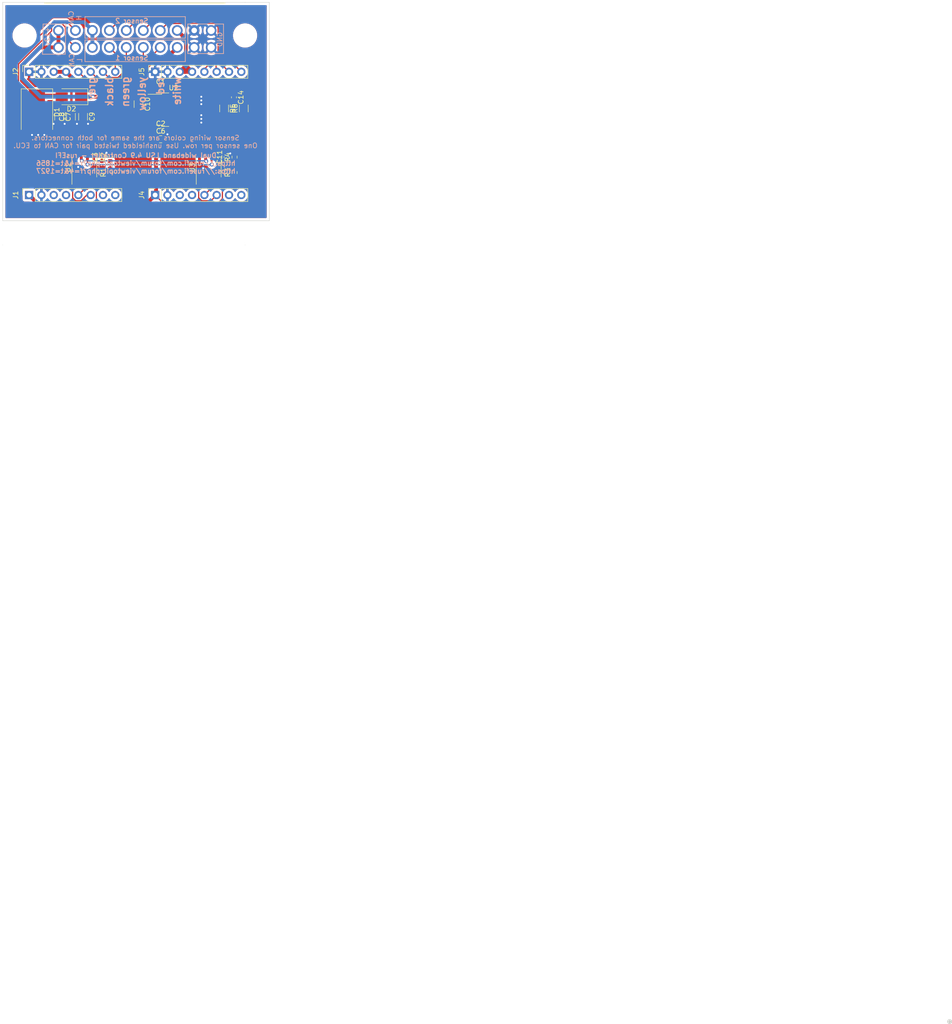
<source format=kicad_pcb>
(kicad_pcb (version 20171130) (host pcbnew "(5.1.9)-1")
  (layers (0 F.Cu signal) (31 B.Cu signal) (34 B.Paste user) (35 F.Paste user) (36 B.SilkS user) (37 F.SilkS user) (38 B.Mask user) (39 F.Mask user) (44 Edge.Cuts user))
  (net 0 "")
  (net 1 GND)
  (net 2 /LSU_Heater+)
  (net 3 /CAN_H)
  (net 4 /CAN_L)
  (net 5 12V_RAW)
  (net 6 /CAN_TX)
  (net 7 /LSU1_Un)
  (net 8 /LSU1_Rtrim)
  (net 9 /LSU1_Vm)
  (net 10 /LSU1_Ip)
  (net 11 /LSU1_Heater-)
  (net 12 /LSU2_Ip)
  (net 13 /LSU2_Heater-)
  (net 14 /LSU2_Vm)
  (net 15 /LSU2_Rtrim)
  (net 16 /LSU2_Un)
  (net 17 +5V)
  (net 18 "Net-(C3-Pad1)")
  (net 19 "Net-(C11-Pad1)")
  (net 20 "Net-(C14-Pad2)")
  (net 21 /Boot0)
  (net 22 /nRESET)
  (net 23 /CAN_RX)
  (net 24 /UART_RX)
  (net 25 /UART_TX)
  (net 26 /Boot02)
  (net 27 /nRESET2)
  (net 28 /CAN2_TX)
  (net 29 /CAN2_RX)
  (net 30 /UART_RX2)
  (net 31 /UART_TX2)
  (module Package_SO:SOIC-8_3.9x4.9mm_P1.27mm (layer F.Cu) (at 147.066 100.203 90)
    (fp_text reference U3 (at 0 -3.4 90) (layer F.SilkS))
    (fp_text value TJA1051T-3)
    (fp_line (start 0 -2.56) (end -3.45 -2.56) (layer F.SilkS) (width 0.12))
    (fp_line (start 0 -2.56) (end 1.95 -2.56) (layer F.SilkS) (width 0.12))
    (fp_line (start 0 2.56) (end -1.95 2.56) (layer F.SilkS) (width 0.12))
    (fp_line (start 0 2.56) (end 1.95 2.56) (layer F.SilkS) (width 0.12))
    (pad 8 smd roundrect (at 2.475 -1.905 90) (size 1.95 0.6) (layers F.Cu F.Paste F.Mask) (net 1 GND))
    (pad 7 smd roundrect (at 2.475 -0.635 90) (size 1.95 0.6) (layers F.Cu F.Paste F.Mask) (net 3 /CAN_H))
    (pad 6 smd roundrect (at 2.475 0.635 90) (size 1.95 0.6) (layers F.Cu F.Paste F.Mask) (net 4 /CAN_L))
    (pad 5 smd roundrect (at 2.475 1.905 90) (size 1.95 0.6) (layers F.Cu F.Paste F.Mask) (net 19 "Net-(C11-Pad1)"))
    (pad 4 smd roundrect (at -2.475 1.905 90) (size 1.95 0.6) (layers F.Cu F.Paste F.Mask) (net 29 /CAN2_RX))
    (pad 3 smd roundrect (at -2.475 0.635 90) (size 1.95 0.6) (layers F.Cu F.Paste F.Mask) (net 17 +5V))
    (pad 2 smd roundrect (at -2.475 -0.635 90) (size 1.95 0.6) (layers F.Cu F.Paste F.Mask) (net 1 GND))
    (pad 1 smd roundrect (at -2.475 -1.905 90) (size 1.95 0.6) (layers F.Cu F.Paste F.Mask) (net 28 /CAN2_TX))
  )
  (module Package_TO_SOT_SMD:TO-252-2 (layer F.Cu) (at 139.827 88.265)
    (fp_text reference U2 (at 0 -4.5) (layer F.SilkS))
    (fp_text value LM78M05_TO252)
    (fp_line (start -2.47 3.18) (end -3.57 3.18) (layer F.SilkS) (width 0.12))
    (fp_line (start -2.47 3.45) (end -2.47 3.18) (layer F.SilkS) (width 0.12))
    (fp_line (start -0.97 3.45) (end -2.47 3.45) (layer F.SilkS) (width 0.12))
    (fp_line (start -2.47 -3.18) (end -5.3 -3.18) (layer F.SilkS) (width 0.12))
    (fp_line (start -2.47 -3.45) (end -2.47 -3.18) (layer F.SilkS) (width 0.12))
    (fp_line (start -0.97 -3.45) (end -2.47 -3.45) (layer F.SilkS) (width 0.12))
    (pad 2 smd rect (at 2.1 0) (size 6.4 5.8) (layers F.Cu F.Mask) (net 1 GND))
    (pad 3 smd rect (at -4.2 2.28) (size 2.2 1.2) (layers F.Cu F.Paste F.Mask) (net 17 +5V))
    (pad 1 smd rect (at -4.2 -2.28) (size 2.2 1.2) (layers F.Cu F.Paste F.Mask) (net 2 /LSU_Heater+))
  )
  (module Package_SO:SOIC-8_3.9x4.9mm_P1.27mm (layer F.Cu) (at 121.412 100.203 90)
    (fp_text reference U1 (at 0 -3.4 90) (layer F.SilkS))
    (fp_text value TJA1051T-3)
    (fp_line (start 0 -2.56) (end -3.45 -2.56) (layer F.SilkS) (width 0.12))
    (fp_line (start 0 -2.56) (end 1.95 -2.56) (layer F.SilkS) (width 0.12))
    (fp_line (start 0 2.56) (end -1.95 2.56) (layer F.SilkS) (width 0.12))
    (fp_line (start 0 2.56) (end 1.95 2.56) (layer F.SilkS) (width 0.12))
    (pad 8 smd roundrect (at 2.475 -1.905 90) (size 1.95 0.6) (layers F.Cu F.Paste F.Mask) (net 1 GND))
    (pad 7 smd roundrect (at 2.475 -0.635 90) (size 1.95 0.6) (layers F.Cu F.Paste F.Mask) (net 3 /CAN_H))
    (pad 6 smd roundrect (at 2.475 0.635 90) (size 1.95 0.6) (layers F.Cu F.Paste F.Mask) (net 4 /CAN_L))
    (pad 5 smd roundrect (at 2.475 1.905 90) (size 1.95 0.6) (layers F.Cu F.Paste F.Mask) (net 18 "Net-(C3-Pad1)"))
    (pad 4 smd roundrect (at -2.475 1.905 90) (size 1.95 0.6) (layers F.Cu F.Paste F.Mask) (net 23 /CAN_RX))
    (pad 3 smd roundrect (at -2.475 0.635 90) (size 1.95 0.6) (layers F.Cu F.Paste F.Mask) (net 17 +5V))
    (pad 2 smd roundrect (at -2.475 -0.635 90) (size 1.95 0.6) (layers F.Cu F.Paste F.Mask) (net 1 GND))
    (pad 1 smd roundrect (at -2.475 -1.905 90) (size 1.95 0.6) (layers F.Cu F.Paste F.Mask) (net 6 /CAN_TX))
  )
  (module Resistor_SMD:R_1206_3216Metric (layer F.Cu) (at 154.305 88.011 90)
    (fp_text reference R6 (at 0 -1.82 90) (layer F.SilkS))
    (fp_text value 60)
    (fp_line (start -0.727064 0.91) (end 0.727064 0.91) (layer F.SilkS) (width 0.12))
    (fp_line (start -0.727064 -0.91) (end 0.727064 -0.91) (layer F.SilkS) (width 0.12))
    (pad 2 smd roundrect (at 1.4625 0 90) (size 1.125 1.75) (layers F.Cu F.Paste F.Mask) (roundrect_rratio 0.2222204444444444) (net 20 "Net-(C14-Pad2)"))
    (pad 1 smd roundrect (at -1.4625 0 90) (size 1.125 1.75) (layers F.Cu F.Paste F.Mask) (roundrect_rratio 0.2222204444444444) (net 3 /CAN_H))
  )
  (module Resistor_SMD:R_1206_3216Metric (layer F.Cu) (at 150.241 88.011 270)
    (fp_text reference R5 (at 0 -1.82 90) (layer F.SilkS))
    (fp_text value 60)
    (fp_line (start -0.727064 0.91) (end 0.727064 0.91) (layer F.SilkS) (width 0.12))
    (fp_line (start -0.727064 -0.91) (end 0.727064 -0.91) (layer F.SilkS) (width 0.12))
    (pad 2 smd roundrect (at 1.4625 0 270) (size 1.125 1.75) (layers F.Cu F.Paste F.Mask) (roundrect_rratio 0.2222204444444444) (net 4 /CAN_L))
    (pad 1 smd roundrect (at -1.4625 0 270) (size 1.125 1.75) (layers F.Cu F.Paste F.Mask) (roundrect_rratio 0.2222204444444444) (net 20 "Net-(C14-Pad2)"))
  )
  (module Resistor_SMD:R_0603_1608Metric (layer F.Cu) (at 152.4 98.044 90)
    (fp_text reference R4 (at 0 -1.43 90) (layer F.SilkS))
    (fp_text value 470)
    (fp_line (start -0.237258 0.5225) (end 0.237258 0.5225) (layer F.SilkS) (width 0.12))
    (fp_line (start -0.237258 -0.5225) (end 0.237258 -0.5225) (layer F.SilkS) (width 0.12))
    (pad 2 smd roundrect (at 0.825 0 90) (size 0.8 0.95) (layers F.Cu F.Paste F.Mask) (net 1 GND))
    (pad 1 smd roundrect (at -0.825 0 90) (size 0.8 0.95) (layers F.Cu F.Paste F.Mask) (net 19 "Net-(C11-Pad1)"))
  )
  (module Resistor_SMD:R_0603_1608Metric (layer F.Cu) (at 152.4 101.219 90)
    (fp_text reference R3 (at 0 -1.43 90) (layer F.SilkS))
    (fp_text value 220)
    (fp_line (start -0.237258 0.5225) (end 0.237258 0.5225) (layer F.SilkS) (width 0.12))
    (fp_line (start -0.237258 -0.5225) (end 0.237258 -0.5225) (layer F.SilkS) (width 0.12))
    (pad 2 smd roundrect (at 0.825 0 90) (size 0.8 0.95) (layers F.Cu F.Paste F.Mask) (net 19 "Net-(C11-Pad1)"))
    (pad 1 smd roundrect (at -0.825 0 90) (size 0.8 0.95) (layers F.Cu F.Paste F.Mask) (net 17 +5V))
  )
  (module Resistor_SMD:R_0603_1608Metric (layer F.Cu) (at 126.746 98.044 90)
    (fp_text reference R2 (at 0 -1.43 90) (layer F.SilkS))
    (fp_text value 470)
    (fp_line (start -0.237258 0.5225) (end 0.237258 0.5225) (layer F.SilkS) (width 0.12))
    (fp_line (start -0.237258 -0.5225) (end 0.237258 -0.5225) (layer F.SilkS) (width 0.12))
    (pad 2 smd roundrect (at 0.825 0 90) (size 0.8 0.95) (layers F.Cu F.Paste F.Mask) (net 1 GND))
    (pad 1 smd roundrect (at -0.825 0 90) (size 0.8 0.95) (layers F.Cu F.Paste F.Mask) (net 18 "Net-(C3-Pad1)"))
  )
  (module Resistor_SMD:R_0603_1608Metric (layer F.Cu) (at 126.746 101.219 90)
    (fp_text reference R1 (at 0 -1.43 90) (layer F.SilkS))
    (fp_text value 220)
    (fp_line (start -0.237258 0.5225) (end 0.237258 0.5225) (layer F.SilkS) (width 0.12))
    (fp_line (start -0.237258 -0.5225) (end 0.237258 -0.5225) (layer F.SilkS) (width 0.12))
    (pad 2 smd roundrect (at 0.825 0 90) (size 0.8 0.95) (layers F.Cu F.Paste F.Mask) (net 18 "Net-(C3-Pad1)"))
    (pad 1 smd roundrect (at -0.825 0 90) (size 0.8 0.95) (layers F.Cu F.Paste F.Mask) (net 17 +5V))
  )
  (module Connector_PinSocket_2.54mm:PinSocket_1x08_P2.54mm_Vertical (layer F.Cu) (at 136.016 80.46 90)
    (fp_text reference J5 (at 0 -2.77 90) (layer F.SilkS))
    (fp_text value Conn_01x08)
    (fp_line (start 0 -1.33) (end 1.33 -1.33) (layer F.SilkS) (width 0.12))
    (fp_line (start 1.33 -1.33) (end 1.33 0) (layer F.SilkS) (width 0.12))
    (fp_line (start 1.33 1.27) (end 1.33 19.11) (layer F.SilkS) (width 0.12))
    (fp_line (start -1.33 19.11) (end 1.33 19.11) (layer F.SilkS) (width 0.12))
    (fp_line (start -1.33 1.27) (end -1.33 19.11) (layer F.SilkS) (width 0.12))
    (fp_line (start -1.33 1.27) (end 1.33 1.27) (layer F.SilkS) (width 0.12))
    (pad 8 thru_hole oval (at 0 17.78 90) (size 1.7 1.7) (drill 1) (layers *.Cu *.Mask) (net 16 /LSU2_Un))
    (pad 7 thru_hole oval (at 0 15.24 90) (size 1.7 1.7) (drill 1) (layers *.Cu *.Mask) (net 15 /LSU2_Rtrim))
    (pad 6 thru_hole oval (at 0 12.7 90) (size 1.7 1.7) (drill 1) (layers *.Cu *.Mask) (net 14 /LSU2_Vm))
    (pad 5 thru_hole oval (at 0 10.16 90) (size 1.7 1.7) (drill 1) (layers *.Cu *.Mask) (net 12 /LSU2_Ip))
    (pad 4 thru_hole oval (at 0 7.62 90) (size 1.7 1.7) (drill 1) (layers *.Cu *.Mask) (net 13 /LSU2_Heater-))
    (pad 3 thru_hole oval (at 0 5.08 90) (size 1.7 1.7) (drill 1) (layers *.Cu *.Mask) (net 13 /LSU2_Heater-))
    (pad 2 thru_hole oval (at 0 2.54 90) (size 1.7 1.7) (drill 1) (layers *.Cu *.Mask) (net 1 GND))
    (pad 1 thru_hole rect (at 0 0 90) (size 1.7 1.7) (drill 1) (layers *.Cu *.Mask) (net 1 GND))
  )
  (module Connector_PinSocket_2.54mm:PinSocket_1x08_P2.54mm_Vertical (layer F.Cu) (at 136.016 105.86 90)
    (fp_text reference J4 (at 0 -2.77 90) (layer F.SilkS))
    (fp_text value Conn_01x08)
    (fp_line (start 0 -1.33) (end 1.33 -1.33) (layer F.SilkS) (width 0.12))
    (fp_line (start 1.33 -1.33) (end 1.33 0) (layer F.SilkS) (width 0.12))
    (fp_line (start 1.33 1.27) (end 1.33 19.11) (layer F.SilkS) (width 0.12))
    (fp_line (start -1.33 19.11) (end 1.33 19.11) (layer F.SilkS) (width 0.12))
    (fp_line (start -1.33 1.27) (end -1.33 19.11) (layer F.SilkS) (width 0.12))
    (fp_line (start -1.33 1.27) (end 1.33 1.27) (layer F.SilkS) (width 0.12))
    (pad 8 thru_hole oval (at 0 17.78 90) (size 1.7 1.7) (drill 1) (layers *.Cu *.Mask) (net 26 /Boot02))
    (pad 7 thru_hole oval (at 0 15.24 90) (size 1.7 1.7) (drill 1) (layers *.Cu *.Mask) (net 27 /nRESET2))
    (pad 6 thru_hole oval (at 0 12.7 90) (size 1.7 1.7) (drill 1) (layers *.Cu *.Mask) (net 28 /CAN2_TX))
    (pad 5 thru_hole oval (at 0 10.16 90) (size 1.7 1.7) (drill 1) (layers *.Cu *.Mask) (net 29 /CAN2_RX))
    (pad 4 thru_hole oval (at 0 7.62 90) (size 1.7 1.7) (drill 1) (layers *.Cu *.Mask) (net 30 /UART_RX2))
    (pad 3 thru_hole oval (at 0 5.08 90) (size 1.7 1.7) (drill 1) (layers *.Cu *.Mask) (net 31 /UART_TX2))
    (pad 2 thru_hole oval (at 0 2.54 90) (size 1.7 1.7) (drill 1) (layers *.Cu *.Mask) (net 1 GND))
    (pad 1 thru_hole rect (at 0 0 90) (size 1.7 1.7) (drill 1) (layers *.Cu *.Mask) (net 17 +5V))
  )
  (module Connector_PinSocket_2.54mm:PinSocket_1x08_P2.54mm_Vertical (layer F.Cu) (at 110.016 80.46 90)
    (fp_text reference J2 (at 0 -2.77 90) (layer F.SilkS))
    (fp_text value Conn_01x08)
    (fp_line (start 0 -1.33) (end 1.33 -1.33) (layer F.SilkS) (width 0.12))
    (fp_line (start 1.33 -1.33) (end 1.33 0) (layer F.SilkS) (width 0.12))
    (fp_line (start 1.33 1.27) (end 1.33 19.11) (layer F.SilkS) (width 0.12))
    (fp_line (start -1.33 19.11) (end 1.33 19.11) (layer F.SilkS) (width 0.12))
    (fp_line (start -1.33 1.27) (end -1.33 19.11) (layer F.SilkS) (width 0.12))
    (fp_line (start -1.33 1.27) (end 1.33 1.27) (layer F.SilkS) (width 0.12))
    (pad 8 thru_hole oval (at 0 17.78 90) (size 1.7 1.7) (drill 1) (layers *.Cu *.Mask) (net 7 /LSU1_Un))
    (pad 7 thru_hole oval (at 0 15.24 90) (size 1.7 1.7) (drill 1) (layers *.Cu *.Mask) (net 8 /LSU1_Rtrim))
    (pad 6 thru_hole oval (at 0 12.7 90) (size 1.7 1.7) (drill 1) (layers *.Cu *.Mask) (net 9 /LSU1_Vm))
    (pad 5 thru_hole oval (at 0 10.16 90) (size 1.7 1.7) (drill 1) (layers *.Cu *.Mask) (net 10 /LSU1_Ip))
    (pad 4 thru_hole oval (at 0 7.62 90) (size 1.7 1.7) (drill 1) (layers *.Cu *.Mask) (net 11 /LSU1_Heater-))
    (pad 3 thru_hole oval (at 0 5.08 90) (size 1.7 1.7) (drill 1) (layers *.Cu *.Mask) (net 11 /LSU1_Heater-))
    (pad 2 thru_hole oval (at 0 2.54 90) (size 1.7 1.7) (drill 1) (layers *.Cu *.Mask) (net 1 GND))
    (pad 1 thru_hole rect (at 0 0 90) (size 1.7 1.7) (drill 1) (layers *.Cu *.Mask) (net 1 GND))
  )
  (module Connector_PinSocket_2.54mm:PinSocket_1x08_P2.54mm_Vertical (layer F.Cu) (at 110.016 105.86 90)
    (fp_text reference J1 (at 0 -2.77 90) (layer F.SilkS))
    (fp_text value Conn_01x08)
    (fp_line (start 0 -1.33) (end 1.33 -1.33) (layer F.SilkS) (width 0.12))
    (fp_line (start 1.33 -1.33) (end 1.33 0) (layer F.SilkS) (width 0.12))
    (fp_line (start 1.33 1.27) (end 1.33 19.11) (layer F.SilkS) (width 0.12))
    (fp_line (start -1.33 19.11) (end 1.33 19.11) (layer F.SilkS) (width 0.12))
    (fp_line (start -1.33 1.27) (end -1.33 19.11) (layer F.SilkS) (width 0.12))
    (fp_line (start -1.33 1.27) (end 1.33 1.27) (layer F.SilkS) (width 0.12))
    (pad 8 thru_hole oval (at 0 17.78 90) (size 1.7 1.7) (drill 1) (layers *.Cu *.Mask) (net 21 /Boot0))
    (pad 7 thru_hole oval (at 0 15.24 90) (size 1.7 1.7) (drill 1) (layers *.Cu *.Mask) (net 22 /nRESET))
    (pad 6 thru_hole oval (at 0 12.7 90) (size 1.7 1.7) (drill 1) (layers *.Cu *.Mask) (net 6 /CAN_TX))
    (pad 5 thru_hole oval (at 0 10.16 90) (size 1.7 1.7) (drill 1) (layers *.Cu *.Mask) (net 23 /CAN_RX))
    (pad 4 thru_hole oval (at 0 7.62 90) (size 1.7 1.7) (drill 1) (layers *.Cu *.Mask) (net 24 /UART_RX))
    (pad 3 thru_hole oval (at 0 5.08 90) (size 1.7 1.7) (drill 1) (layers *.Cu *.Mask) (net 25 /UART_TX))
    (pad 2 thru_hole oval (at 0 2.54 90) (size 1.7 1.7) (drill 1) (layers *.Cu *.Mask) (net 1 GND))
    (pad 1 thru_hole rect (at 0 0 90) (size 1.7 1.7) (drill 1) (layers *.Cu *.Mask) (net 17 +5V))
  )
  (module Diode_SMD:D_SMA (layer F.Cu) (at 118.745 85.598 180)
    (fp_text reference D2 (at 0 -2.5) (layer F.SilkS))
    (fp_text value D_Schottky)
    (fp_line (start -3.4 -1.65) (end 2 -1.65) (layer F.SilkS) (width 0.12))
    (fp_line (start -3.4 1.65) (end 2 1.65) (layer F.SilkS) (width 0.12))
    (fp_line (start -3.4 -1.65) (end -3.4 1.65) (layer F.SilkS) (width 0.12))
    (pad 2 smd rect (at 2 0 180) (size 2.5 1.8) (layers F.Cu F.Paste F.Mask) (net 5 12V_RAW))
    (pad 1 smd rect (at -2 0 180) (size 2.5 1.8) (layers F.Cu F.Paste F.Mask) (net 2 /LSU_Heater+))
  )
  (module Diode_SMD:D_SMC (layer F.Cu) (at 111.633 88.773 270)
    (fp_text reference D1 (at 0 -4.1 90) (layer F.SilkS))
    (fp_text value D_TVS)
    (fp_line (start -4.8 -3.25) (end 3.6 -3.25) (layer F.SilkS) (width 0.12))
    (fp_line (start -4.8 3.25) (end 3.6 3.25) (layer F.SilkS) (width 0.12))
    (fp_line (start -4.8 3.25) (end -4.8 -3.25) (layer F.SilkS) (width 0.12))
    (pad 2 smd rect (at 3.4 0) (size 3.3 2.5) (layers F.Cu F.Paste F.Mask) (net 1 GND))
    (pad 1 smd rect (at -3.4 0) (size 3.3 2.5) (layers F.Cu F.Paste F.Mask) (net 5 12V_RAW))
  )
  (module Capacitor_SMD:C_0603_1608Metric (layer F.Cu) (at 152.273 85.725 270)
    (fp_text reference C14 (at 0 -1.43 90) (layer F.SilkS))
    (fp_text value 4.7n)
    (fp_line (start -0.14058 0.51) (end 0.14058 0.51) (layer F.SilkS) (width 0.12))
    (fp_line (start -0.14058 -0.51) (end 0.14058 -0.51) (layer F.SilkS) (width 0.12))
    (pad 2 smd roundrect (at 0.775 0 270) (size 0.9 0.95) (layers F.Cu F.Paste F.Mask) (net 20 "Net-(C14-Pad2)"))
    (pad 1 smd roundrect (at -0.775 0 270) (size 0.9 0.95) (layers F.Cu F.Paste F.Mask) (net 1 GND))
  )
  (module Capacitor_SMD:C_0603_1608Metric (layer F.Cu) (at 150.749 98.044 90)
    (fp_text reference C11 (at 0 -1.43 90) (layer F.SilkS))
    (fp_text value 1u)
    (fp_line (start -0.14058 0.51) (end 0.14058 0.51) (layer F.SilkS) (width 0.12))
    (fp_line (start -0.14058 -0.51) (end 0.14058 -0.51) (layer F.SilkS) (width 0.12))
    (pad 2 smd roundrect (at 0.775 0 90) (size 0.9 0.95) (layers F.Cu F.Paste F.Mask) (net 1 GND))
    (pad 1 smd roundrect (at -0.775 0 90) (size 0.9 0.95) (layers F.Cu F.Paste F.Mask) (net 19 "Net-(C11-Pad1)"))
  )
  (module Capacitor_SMD:C_1206_3216Metric (layer F.Cu) (at 132.588 87.122 270)
    (fp_text reference C10 (at 0 -1.85 90) (layer F.SilkS))
    (fp_text value 10u)
    (fp_line (start -0.711252 0.91) (end 0.711252 0.91) (layer F.SilkS) (width 0.12))
    (fp_line (start -0.711252 -0.91) (end 0.711252 -0.91) (layer F.SilkS) (width 0.12))
    (pad 2 smd roundrect (at 1.475 0 270) (size 1.15 1.8) (layers F.Cu F.Paste F.Mask) (roundrect_rratio 0.2173904347826087) (net 1 GND))
    (pad 1 smd roundrect (at -1.475 0 270) (size 1.15 1.8) (layers F.Cu F.Paste F.Mask) (roundrect_rratio 0.2173904347826087) (net 2 /LSU_Heater+))
  )
  (module Capacitor_SMD:C_1206_3216Metric (layer F.Cu) (at 121.158 89.725 270)
    (fp_text reference C9 (at 0 -1.85 90) (layer F.SilkS))
    (fp_text value 10u)
    (fp_line (start -0.711252 0.91) (end 0.711252 0.91) (layer F.SilkS) (width 0.12))
    (fp_line (start -0.711252 -0.91) (end 0.711252 -0.91) (layer F.SilkS) (width 0.12))
    (pad 2 smd roundrect (at 1.475 0 270) (size 1.15 1.8) (layers F.Cu F.Paste F.Mask) (roundrect_rratio 0.2173904347826087) (net 1 GND))
    (pad 1 smd roundrect (at -1.475 0 270) (size 1.15 1.8) (layers F.Cu F.Paste F.Mask) (roundrect_rratio 0.2173904347826087) (net 5 12V_RAW))
  )
  (module Capacitor_SMD:C_1206_3216Metric (layer F.Cu) (at 118.649 89.725 90)
    (fp_text reference C8 (at 0 -1.85 90) (layer F.SilkS))
    (fp_text value 10u)
    (fp_line (start -0.711252 0.91) (end 0.711252 0.91) (layer F.SilkS) (width 0.12))
    (fp_line (start -0.711252 -0.91) (end 0.711252 -0.91) (layer F.SilkS) (width 0.12))
    (pad 2 smd roundrect (at 1.475 0 90) (size 1.15 1.8) (layers F.Cu F.Paste F.Mask) (roundrect_rratio 0.2173904347826087) (net 5 12V_RAW))
    (pad 1 smd roundrect (at -1.475 0 90) (size 1.15 1.8) (layers F.Cu F.Paste F.Mask) (roundrect_rratio 0.2173904347826087) (net 1 GND))
  )
  (module Capacitor_SMD:C_1206_3216Metric (layer F.Cu) (at 116.205 89.725 270)
    (fp_text reference C7 (at 0 -1.85 90) (layer F.SilkS))
    (fp_text value 10u)
    (fp_line (start -0.711252 0.91) (end 0.711252 0.91) (layer F.SilkS) (width 0.12))
    (fp_line (start -0.711252 -0.91) (end 0.711252 -0.91) (layer F.SilkS) (width 0.12))
    (pad 2 smd roundrect (at 1.475 0 270) (size 1.15 1.8) (layers F.Cu F.Paste F.Mask) (roundrect_rratio 0.2173904347826087) (net 1 GND))
    (pad 1 smd roundrect (at -1.475 0 270) (size 1.15 1.8) (layers F.Cu F.Paste F.Mask) (roundrect_rratio 0.2173904347826087) (net 5 12V_RAW))
  )
  (module Capacitor_SMD:C_0805_2012Metric (layer F.Cu) (at 137.16 94.361)
    (fp_text reference C6 (at 0 -1.68) (layer F.SilkS))
    (fp_text value 22u)
    (fp_line (start -0.261252 0.735) (end 0.261252 0.735) (layer F.SilkS) (width 0.12))
    (fp_line (start -0.261252 -0.735) (end 0.261252 -0.735) (layer F.SilkS) (width 0.12))
    (pad 2 smd roundrect (at 0.95 0) (size 1 1.45) (layers F.Cu F.Paste F.Mask) (net 1 GND))
    (pad 1 smd roundrect (at -0.95 0) (size 1 1.45) (layers F.Cu F.Paste F.Mask) (net 17 +5V))
  )
  (module Capacitor_SMD:C_0603_1608Metric (layer F.Cu) (at 125.095 98.044 90)
    (fp_text reference C3 (at 0 -1.43 90) (layer F.SilkS))
    (fp_text value 1u)
    (fp_line (start -0.14058 0.51) (end 0.14058 0.51) (layer F.SilkS) (width 0.12))
    (fp_line (start -0.14058 -0.51) (end 0.14058 -0.51) (layer F.SilkS) (width 0.12))
    (pad 2 smd roundrect (at 0.775 0 90) (size 0.9 0.95) (layers F.Cu F.Paste F.Mask) (net 1 GND))
    (pad 1 smd roundrect (at -0.775 0 90) (size 0.9 0.95) (layers F.Cu F.Paste F.Mask) (net 18 "Net-(C3-Pad1)"))
  )
  (module Capacitor_SMD:C_0603_1608Metric (layer F.Cu) (at 137.16 92.583)
    (fp_text reference C2 (at 0 -1.43) (layer F.SilkS))
    (fp_text value 1u)
    (fp_line (start -0.14058 0.51) (end 0.14058 0.51) (layer F.SilkS) (width 0.12))
    (fp_line (start -0.14058 -0.51) (end 0.14058 -0.51) (layer F.SilkS) (width 0.12))
    (pad 2 smd roundrect (at 0.775 0) (size 0.9 0.95) (layers F.Cu F.Paste F.Mask) (net 1 GND))
    (pad 1 smd roundrect (at -0.775 0) (size 0.9 0.95) (layers F.Cu F.Paste F.Mask) (net 17 +5V))
  )
  (module Capacitor_SMD:C_0603_1608Metric (layer F.Cu) (at 137.16 83.947)
    (fp_text reference C1 (at 0 -1.43) (layer F.SilkS))
    (fp_text value 1u)
    (fp_line (start -0.14058 0.51) (end 0.14058 0.51) (layer F.SilkS) (width 0.12))
    (fp_line (start -0.14058 -0.51) (end 0.14058 -0.51) (layer F.SilkS) (width 0.12))
    (pad 2 smd roundrect (at 0.775 0) (size 0.9 0.95) (layers F.Cu F.Paste F.Mask) (net 1 GND))
    (pad 1 smd roundrect (at -0.775 0) (size 0.9 0.95) (layers F.Cu F.Paste F.Mask) (net 2 /LSU_Heater+))
  )
  (module mx150_2x10:mx150-20 (layer F.Cu) (at 131.826 66.294)
    (fp_text reference J3 hide)
    (fp_text value Conn_02x10_Top_Bottom)
    (fp_line (start 18.65 0) (end -18.65 0) (layer F.SilkS) (width 0.12))
    (pad 1 thru_hole circle (at 15.75 9.14 180) (size 2.2 2.2) (drill 1.5) (layers *.Cu *.Mask) (net 1 GND))
    (pad 2 thru_hole circle (at 12.25 9.14 180) (size 2.2 2.2) (drill 1.5) (layers *.Cu *.Mask) (net 1 GND))
    (pad 3 thru_hole circle (at 8.75 9.14 180) (size 2.2 2.2) (drill 1.5) (layers *.Cu *.Mask) (net 11 /LSU1_Heater-))
    (pad 4 thru_hole circle (at 5.25 9.14 180) (size 2.2 2.2) (drill 1.5) (layers *.Cu *.Mask) (net 10 /LSU1_Ip))
    (pad 5 thru_hole circle (at 1.75 9.14 180) (size 2.2 2.2) (drill 1.5) (layers *.Cu *.Mask) (net 9 /LSU1_Vm))
    (pad 6 thru_hole circle (at -1.75 9.14 180) (size 2.2 2.2) (drill 1.5) (layers *.Cu *.Mask) (net 8 /LSU1_Rtrim))
    (pad 7 thru_hole circle (at -5.25 9.14 180) (size 2.2 2.2) (drill 1.5) (layers *.Cu *.Mask) (net 7 /LSU1_Un))
    (pad 8 thru_hole circle (at -8.75 9.14 180) (size 2.2 2.2) (drill 1.5) (layers *.Cu *.Mask) (net 2 /LSU_Heater+))
    (pad 9 thru_hole circle (at -12.25 9.14 180) (size 2.2 2.2) (drill 1.5) (layers *.Cu *.Mask) (net 4 /CAN_L))
    (pad 10 thru_hole circle (at -15.75 9.14 180) (size 2.2 2.2) (drill 1.5) (layers *.Cu *.Mask) (net 5 12V_RAW))
    (pad 11 thru_hole circle (at 15.75 5.64 180) (size 2.2 2.2) (drill 1.5) (layers *.Cu *.Mask) (net 1 GND))
    (pad 12 thru_hole circle (at 12.25 5.64 180) (size 2.2 2.2) (drill 1.15) (layers *.Cu *.Mask) (net 1 GND))
    (pad 13 thru_hole circle (at 8.75 5.64 180) (size 2.2 2.2) (drill 1.5) (layers *.Cu *.Mask) (net 13 /LSU2_Heater-))
    (pad 14 thru_hole circle (at 5.25 5.64 180) (size 2.2 2.2) (drill 1.5) (layers *.Cu *.Mask) (net 12 /LSU2_Ip))
    (pad 15 thru_hole circle (at 1.75 5.64 180) (size 2.2 2.2) (drill 1.5) (layers *.Cu *.Mask) (net 14 /LSU2_Vm))
    (pad 16 thru_hole circle (at -1.75 5.64 180) (size 2.2 2.2) (drill 1.5) (layers *.Cu *.Mask) (net 15 /LSU2_Rtrim))
    (pad 17 thru_hole circle (at -5.25 5.64 180) (size 2.2 2.2) (drill 1.5) (layers *.Cu *.Mask) (net 16 /LSU2_Un))
    (pad 18 thru_hole circle (at -8.75 5.64 180) (size 2.2 2.2) (drill 1.5) (layers *.Cu *.Mask) (net 2 /LSU_Heater+))
    (pad 19 thru_hole circle (at -12.25 5.64 180) (size 2.2 2.2) (drill 1.5) (layers *.Cu *.Mask) (net 3 /CAN_H))
    (pad 20 thru_hole circle (at -15.75 5.64 180) (size 2.2 2.2) (drill 1.5) (layers *.Cu *.Mask) (net 5 12V_RAW))
    (pad "" np_thru_hole circle (at 22.75 6.68) (size 4 4) (drill 4) (layers *.Cu *.Mask))
    (pad "" np_thru_hole circle (at -22.75 6.68) (size 4 4) (drill 4) (layers *.Cu *.Mask))
  )
  (gr_text "Sensor wiring colors are the same for both connectors.\nOne sensor per row. Use unshielded twisted pair for CAN to ECU." (at 131.953 94.869) (layer B.SilkS) (effects (font (size 1 1)) (justify mirror)))
  (gr_line (start 150.114 76.708) (end 142.748 76.708) (layer B.SilkS) (width 0.15))
  (gr_line (start 150.114 70.612) (end 150.114 76.708) (layer B.SilkS) (width 0.15))
  (gr_line (start 142.748 70.612) (end 150.114 70.612) (layer B.SilkS) (width 0.15))
  (gr_line (start 142.748 76.708) (end 142.748 70.612) (layer B.SilkS) (width 0.15))
  (gr_line (start 112.776 76.835) (end 117.475 76.835) (layer B.SilkS) (width 0.15))
  (gr_line (start 112.903 70.612) (end 112.776 76.835) (layer B.SilkS) (width 0.15))
  (gr_line (start 117.602 70.612) (end 112.903 70.612) (layer B.SilkS) (width 0.15))
  (gr_line (start 117.475 76.835) (end 117.602 70.612) (layer B.SilkS) (width 0.15))
  (gr_line (start 142.24 78.359) (end 121.539 78.359) (layer B.SilkS) (width 0.15))
  (gr_line (start 142.24 73.914) (end 142.24 78.359) (layer B.SilkS) (width 0.15))
  (gr_line (start 121.539 73.914) (end 142.24 73.914) (layer B.SilkS) (width 0.15))
  (gr_line (start 121.539 78.359) (end 121.539 73.914) (layer B.SilkS) (width 0.15))
  (gr_line (start 121.539 69.088) (end 142.24 69.088) (layer B.SilkS) (width 0.15))
  (gr_line (start 142.24 73.533) (end 142.24 69.088) (layer B.SilkS) (width 0.15))
  (gr_line (start 121.539 73.533) (end 142.24 73.533) (layer B.SilkS) (width 0.15))
  (gr_line (start 121.539 69.088) (end 121.539 73.533) (layer B.SilkS) (width 0.15))
  (gr_text GND (at 149.352 73.787 90) (layer B.SilkS) (effects (font (size 1 1)) (justify mirror)))
  (gr_text "CAN\nH" (at 119.507 69.342 90) (layer B.SilkS) (effects (font (size 1 1)) (justify mirror)))
  (gr_text "Sensor 2" (at 131.191 69.977) (layer B.SilkS) (effects (font (size 1 1) (thickness 0.2)) (justify mirror)))
  (gr_text "Sensor 1" (at 131.191 77.597) (layer B.SilkS) (effects (font (size 1 1) (thickness 0.2)) (justify mirror)))
  (gr_line (start 104.572 66.154) (end 159.572 66.154) (layer Edge.Cuts) (width 0.1))
  (gr_line (start 154.572 66.154) (end 154.572 66.154) (layer Edge.Cuts) (width 0.1))
  (gr_line (start 104.572 111.154) (end 159.572 111.154) (layer Edge.Cuts) (width 0.1))
  (gr_line (start 159.572 111.154) (end 159.572 66.154) (layer Edge.Cuts) (width 0.1))
  (gr_line (start 154.572 66.154) (end 154.572 66.154) (layer Edge.Cuts) (width 0.1))
  (gr_line (start 154.572 116.154) (end 154.572 116.154) (layer Edge.Cuts) (width 0.1))
  (gr_line (start 104.572 116.154) (end 104.572 116.154) (layer Edge.Cuts) (width 0.1))
  (gr_line (start 104.572 111.154) (end 104.572 66.154) (layer Edge.Cuts) (width 0.1))
  (gr_line (start 104.572 66.154) (end 104.572 66.154) (layer Edge.Cuts) (width 0.1))
  (gr_text "CAN\nL" (at 119.634 78.105 90) (layer B.SilkS) (effects (font (size 1 1)) (justify mirror)))
  (gr_text "Dual wideband LSU 4.9 Controller - rusEFI\nhttps://rusefi.com/forum/viewtopic.php?f=4&t=1856\nhttps://rusefi.com/forum/viewtopic.php?f=4&t=1927" (at 132.04 99.314) (layer B.SilkS) (effects (font (size 1 1) (thickness 0.2)) (justify mirror)))
  (gr_curve (pts (xy 299.917842 276.225) (xy 299.917842 276.225) (xy 299.917842 276.225) (xy 299.917842 276.225)) (layer Edge.Cuts) (width 1))
  (gr_text +12v (at 113.792 75.184 90) (layer B.SilkS) (effects (font (size 1 1)) (justify right mirror)))
  (gr_text white (at 140.549 87.503 90) (layer B.SilkS) (effects (font (size 1.5 1.5) (thickness 0.3)) (justify right mirror)))
  (gr_text red (at 137.12 85.344 90) (layer B.SilkS) (effects (font (size 1.5 1.5) (thickness 0.3)) (justify right mirror)))
  (gr_text yellow (at 133.31 88.646 90) (layer B.SilkS) (effects (font (size 1.5 1.5) (thickness 0.3)) (justify right mirror)))
  (gr_text green (at 129.881 87.884 90) (layer B.SilkS) (effects (font (size 1.5 1.5) (thickness 0.3)) (justify right mirror)))
  (gr_text grey (at 122.896 83.947 90) (layer B.SilkS) (effects (font (size 1.5 1.5) (thickness 0.3)) (justify mirror)))
  (gr_text "black\n" (at 126.579 87.757 90) (layer B.SilkS) (effects (font (size 1.5 1.5) (thickness 0.3)) (justify right mirror)))
  (via (at 117.348 91.186) (size 0.8) (drill 0.4) (layers F.Cu B.Cu) (net 1))
  (via (at 145.542 90.932) (size 0.8) (drill 0.4) (layers F.Cu B.Cu) (net 1))
  (via (at 145.542 90.17) (size 0.8) (drill 0.4) (layers F.Cu B.Cu) (net 1))
  (via (at 145.542 89.408) (size 0.8) (drill 0.4) (layers F.Cu B.Cu) (net 1))
  (via (at 145.542 85.598) (size 0.8) (drill 0.4) (layers F.Cu B.Cu) (net 1))
  (via (at 145.542 86.36) (size 0.8) (drill 0.4) (layers F.Cu B.Cu) (net 1))
  (via (at 145.542 87.122) (size 0.8) (drill 0.4) (layers F.Cu B.Cu) (net 1))
  (via (at 138.557 93.345) (size 0.8) (drill 0.4) (layers F.Cu B.Cu) (net 1))
  (via (at 145.923 100.33) (size 0.8) (drill 0.4) (layers F.Cu B.Cu) (net 1))
  (via (at 120.142 100.076) (size 0.8) (drill 0.4) (layers F.Cu B.Cu) (net 1))
  (via (at 119.888 91.186) (size 0.8) (drill 0.4) (layers F.Cu B.Cu) (net 1))
  (via (at 113.157 93.472) (size 0.8) (drill 0.4) (layers F.Cu B.Cu) (net 1))
  (via (at 111.887 93.472) (size 0.8) (drill 0.4) (layers F.Cu B.Cu) (net 1))
  (via (at 110.617 93.472) (size 0.8) (drill 0.4) (layers F.Cu B.Cu) (net 1))
  (via (at 115.062 91.186) (size 0.8) (drill 0.4) (layers F.Cu B.Cu) (net 1))
  (via (at 122.174 91.186) (size 0.8) (drill 0.4) (layers F.Cu B.Cu) (net 1))
  (segment (start 119.507 99.441) (end 120.142 100.076) (width 0.25) (layer F.Cu) (net 1))
  (segment (start 119.507 97.728) (end 119.507 99.441) (width 0.25) (layer F.Cu) (net 1))
  (segment (start 120.142 102.043) (end 120.777 102.678) (width 0.25) (layer F.Cu) (net 1))
  (segment (start 120.142 100.076) (end 120.142 102.043) (width 0.25) (layer F.Cu) (net 1))
  (segment (start 146.431 100.838) (end 145.923 100.33) (width 0.25) (layer F.Cu) (net 1))
  (segment (start 146.431 102.678) (end 146.431 100.838) (width 0.25) (layer F.Cu) (net 1))
  (segment (start 145.161 99.568) (end 145.161 97.728) (width 0.25) (layer F.Cu) (net 1))
  (segment (start 145.923 100.33) (end 145.161 99.568) (width 0.25) (layer F.Cu) (net 1))
  (via (at 125.984 97.155) (size 0.8) (drill 0.4) (layers F.Cu B.Cu) (net 1))
  (via (at 125.984 97.155) (size 0.8) (drill 0.4) (layers F.Cu B.Cu) (net 1))
  (via (at 151.511 97.282) (size 0.8) (drill 0.4) (layers F.Cu B.Cu) (net 1))
  (segment (start 151.498 97.269) (end 151.511 97.282) (width 0.25) (layer F.Cu) (net 1))
  (segment (start 150.749 97.269) (end 151.498 97.269) (width 0.25) (layer F.Cu) (net 1))
  (segment (start 152.337 97.282) (end 152.4 97.219) (width 0.25) (layer F.Cu) (net 1))
  (segment (start 151.511 97.282) (end 152.337 97.282) (width 0.25) (layer F.Cu) (net 1))
  (segment (start 125.87 97.269) (end 125.984 97.155) (width 0.25) (layer F.Cu) (net 1))
  (segment (start 125.095 97.269) (end 125.87 97.269) (width 0.25) (layer F.Cu) (net 1))
  (segment (start 126.682 97.155) (end 126.746 97.219) (width 0.25) (layer F.Cu) (net 1))
  (segment (start 125.984 97.155) (end 126.682 97.155) (width 0.25) (layer F.Cu) (net 1))
  (segment (start 116.191 91.186) (end 116.205 91.2) (width 0.25) (layer F.Cu) (net 1))
  (segment (start 115.062 91.186) (end 116.191 91.186) (width 0.25) (layer F.Cu) (net 1))
  (segment (start 117.334 91.2) (end 117.348 91.186) (width 0.25) (layer F.Cu) (net 1))
  (segment (start 116.205 91.2) (end 117.334 91.2) (width 0.25) (layer F.Cu) (net 1))
  (segment (start 118.635 91.186) (end 118.649 91.2) (width 0.25) (layer F.Cu) (net 1))
  (segment (start 117.348 91.186) (end 118.635 91.186) (width 0.25) (layer F.Cu) (net 1))
  (segment (start 119.874 91.2) (end 119.888 91.186) (width 0.25) (layer F.Cu) (net 1))
  (segment (start 118.649 91.2) (end 119.874 91.2) (width 0.25) (layer F.Cu) (net 1))
  (segment (start 121.144 91.186) (end 121.158 91.2) (width 0.25) (layer F.Cu) (net 1))
  (segment (start 119.888 91.186) (end 121.144 91.186) (width 0.25) (layer F.Cu) (net 1))
  (segment (start 122.16 91.2) (end 122.174 91.186) (width 0.25) (layer F.Cu) (net 1))
  (segment (start 121.158 91.2) (end 122.16 91.2) (width 0.25) (layer F.Cu) (net 1))
  (segment (start 137.935 92.723) (end 138.557 93.345) (width 0.25) (layer F.Cu) (net 1))
  (segment (start 137.935 92.583) (end 137.935 92.723) (width 0.25) (layer F.Cu) (net 1))
  (segment (start 138.557 93.914) (end 138.11 94.361) (width 0.25) (layer F.Cu) (net 1))
  (segment (start 138.557 93.345) (end 138.557 93.914) (width 0.25) (layer F.Cu) (net 1))
  (segment (start 110.617 93.189) (end 111.633 92.173) (width 0.25) (layer F.Cu) (net 1))
  (segment (start 110.617 93.472) (end 110.617 93.189) (width 0.25) (layer F.Cu) (net 1))
  (segment (start 111.887 92.427) (end 111.633 92.173) (width 0.25) (layer F.Cu) (net 1))
  (segment (start 111.887 93.472) (end 111.887 92.427) (width 0.25) (layer F.Cu) (net 1))
  (segment (start 112.932 93.472) (end 111.633 92.173) (width 0.25) (layer F.Cu) (net 1))
  (segment (start 113.157 93.472) (end 112.932 93.472) (width 0.25) (layer F.Cu) (net 1))
  (segment (start 132.637 85.598) (end 132.969 85.93) (width 0.8) (layer F.Cu) (net 2))
  (segment (start 135.572 85.93) (end 135.627 85.985) (width 0.8) (layer F.Cu) (net 2))
  (segment (start 132.969 85.93) (end 135.572 85.93) (width 0.8) (layer F.Cu) (net 2))
  (segment (start 135.627 84.705) (end 136.385 83.947) (width 0.8) (layer F.Cu) (net 2))
  (segment (start 135.627 85.985) (end 135.627 84.705) (width 0.8) (layer F.Cu) (net 2))
  (via (at 123.19 85.598) (size 0.8) (drill 0.4) (layers F.Cu B.Cu) (net 2))
  (segment (start 123.317 85.598) (end 123.19 85.598) (width 0.8) (layer F.Cu) (net 2))
  (segment (start 120.745 85.598) (end 123.317 85.598) (width 0.8) (layer F.Cu) (net 2))
  (segment (start 123.317 85.598) (end 132.637 85.598) (width 0.8) (layer F.Cu) (net 2))
  (segment (start 123.076 71.934) (end 123.076 75.434) (width 0.8) (layer B.Cu) (net 2))
  (segment (start 123.19 85.598) (end 112.373998 85.598) (width 0.8) (layer B.Cu) (net 2))
  (segment (start 112.373998 85.598) (end 108.565999 81.790001) (width 0.8) (layer B.Cu) (net 2))
  (segment (start 108.565999 81.790001) (end 108.565999 79.129999) (width 0.8) (layer B.Cu) (net 2))
  (segment (start 113.258988 74.43701) (end 113.258988 74.206306) (width 0.8) (layer B.Cu) (net 2))
  (segment (start 108.565999 79.129999) (end 113.258988 74.43701) (width 0.8) (layer B.Cu) (net 2))
  (segment (start 121.375999 70.233999) (end 123.076 71.934) (width 0.8) (layer B.Cu) (net 2))
  (segment (start 115.189 70.304998) (end 115.259999 70.233999) (width 0.8) (layer B.Cu) (net 2))
  (segment (start 115.189 70.358) (end 115.189 70.304998) (width 0.8) (layer B.Cu) (net 2))
  (segment (start 115.259999 70.233999) (end 121.375999 70.233999) (width 0.8) (layer B.Cu) (net 2))
  (segment (start 113.258988 72.288012) (end 115.189 70.358) (width 0.8) (layer B.Cu) (net 2))
  (segment (start 113.258988 74.43701) (end 113.258988 72.288012) (width 0.8) (layer B.Cu) (net 2))
  (segment (start 119.888 96.266) (end 120.777 97.155) (width 0.25) (layer F.Cu) (net 3))
  (segment (start 111.123589 96.266) (end 119.888 96.266) (width 0.25) (layer F.Cu) (net 3))
  (segment (start 107.390978 92.533389) (end 111.123589 96.266) (width 0.25) (layer F.Cu) (net 3))
  (segment (start 111.77529 74.258979) (end 107.390978 78.643291) (width 0.25) (layer F.Cu) (net 3))
  (segment (start 111.77529 73.489297) (end 111.77529 74.258979) (width 0.25) (layer F.Cu) (net 3))
  (segment (start 107.390978 78.643291) (end 107.390978 92.533389) (width 0.25) (layer F.Cu) (net 3))
  (segment (start 115.205599 70.058988) (end 111.77529 73.489297) (width 0.25) (layer F.Cu) (net 3))
  (segment (start 120.777 97.155) (end 120.777 97.728) (width 0.25) (layer F.Cu) (net 3))
  (segment (start 117.700988 70.058988) (end 115.205599 70.058988) (width 0.25) (layer F.Cu) (net 3))
  (segment (start 119.576 71.934) (end 117.700988 70.058988) (width 0.25) (layer F.Cu) (net 3))
  (segment (start 149.37782 88.58599) (end 146.431 91.53281) (width 0.25) (layer F.Cu) (net 3))
  (segment (start 153.41749 88.58599) (end 149.37782 88.58599) (width 0.25) (layer F.Cu) (net 3))
  (segment (start 146.431 91.53281) (end 146.431 97.728) (width 0.25) (layer F.Cu) (net 3))
  (segment (start 154.305 89.4735) (end 153.41749 88.58599) (width 0.25) (layer F.Cu) (net 3))
  (via (at 146.558 98.879989) (size 0.8) (drill 0.4) (layers F.Cu B.Cu) (net 3))
  (segment (start 146.431 97.728) (end 146.431 98.752989) (width 0.25) (layer F.Cu) (net 3))
  (segment (start 146.431 98.752989) (end 146.558 98.879989) (width 0.25) (layer F.Cu) (net 3))
  (via (at 120.904 98.80602) (size 0.8) (drill 0.4) (layers F.Cu B.Cu) (net 3))
  (segment (start 120.777 97.728) (end 120.777 98.67902) (width 0.25) (layer F.Cu) (net 3))
  (segment (start 120.777 98.67902) (end 120.904 98.80602) (width 0.25) (layer F.Cu) (net 3))
  (segment (start 120.90402 98.806) (end 120.904 98.80602) (width 0.25) (layer B.Cu) (net 3))
  (segment (start 146.484011 98.806) (end 120.90402 98.806) (width 0.25) (layer B.Cu) (net 3))
  (segment (start 146.558 98.879989) (end 146.484011 98.806) (width 0.25) (layer B.Cu) (net 3))
  (segment (start 119.576 75.434) (end 117.501001 73.359001) (width 0.25) (layer F.Cu) (net 4))
  (segment (start 111.436989 95.815989) (end 120.707989 95.815989) (width 0.25) (layer F.Cu) (net 4))
  (segment (start 117.501001 73.359001) (end 117.501001 71.249999) (width 0.25) (layer F.Cu) (net 4))
  (segment (start 120.707989 95.815989) (end 122.047 97.155) (width 0.25) (layer F.Cu) (net 4))
  (segment (start 122.047 97.155) (end 122.047 97.728) (width 0.25) (layer F.Cu) (net 4))
  (segment (start 116.760001 70.508999) (end 115.391999 70.508999) (width 0.25) (layer F.Cu) (net 4))
  (segment (start 114.650999 71.249999) (end 114.650999 72.040412) (width 0.25) (layer F.Cu) (net 4))
  (segment (start 114.650999 72.040412) (end 111.98242 74.70899) (width 0.25) (layer F.Cu) (net 4))
  (segment (start 111.98242 74.70899) (end 111.96169 74.70899) (width 0.25) (layer F.Cu) (net 4))
  (segment (start 115.391999 70.508999) (end 114.650999 71.249999) (width 0.25) (layer F.Cu) (net 4))
  (segment (start 117.501001 71.249999) (end 116.760001 70.508999) (width 0.25) (layer F.Cu) (net 4))
  (segment (start 111.96169 74.70899) (end 107.840989 78.829691) (width 0.25) (layer F.Cu) (net 4))
  (segment (start 107.840989 78.829691) (end 107.840989 92.219989) (width 0.25) (layer F.Cu) (net 4))
  (segment (start 107.840989 92.219989) (end 111.436989 95.815989) (width 0.25) (layer F.Cu) (net 4))
  (segment (start 147.701 92.0135) (end 147.701 97.728) (width 0.25) (layer F.Cu) (net 4))
  (segment (start 150.241 89.4735) (end 147.701 92.0135) (width 0.25) (layer F.Cu) (net 4))
  (via (at 147.701 99.568) (size 0.8) (drill 0.4) (layers F.Cu B.Cu) (net 4))
  (segment (start 147.701 97.728) (end 147.701 99.568) (width 0.25) (layer F.Cu) (net 4))
  (via (at 122.047 99.568012) (size 0.8) (drill 0.4) (layers F.Cu B.Cu) (net 4))
  (segment (start 122.047 97.728) (end 122.047 99.568012) (width 0.25) (layer F.Cu) (net 4))
  (segment (start 147.701 99.568) (end 147.664001 99.604999) (width 0.25) (layer B.Cu) (net 4))
  (segment (start 147.664001 99.604999) (end 122.083987 99.604999) (width 0.25) (layer B.Cu) (net 4))
  (segment (start 122.083987 99.604999) (end 122.047 99.568012) (width 0.25) (layer B.Cu) (net 4))
  (segment (start 112.261998 75.434) (end 116.076 75.434) (width 0.8) (layer F.Cu) (net 5))
  (segment (start 108.565999 79.129999) (end 112.261998 75.434) (width 0.8) (layer F.Cu) (net 5))
  (segment (start 108.565999 82.305999) (end 108.565999 79.129999) (width 0.8) (layer F.Cu) (net 5))
  (segment (start 111.633 85.373) (end 108.565999 82.305999) (width 0.8) (layer F.Cu) (net 5))
  (segment (start 116.076 75.434) (end 116.076 71.934) (width 0.8) (layer F.Cu) (net 5))
  (segment (start 116.52 85.373) (end 116.745 85.598) (width 0.8) (layer F.Cu) (net 5))
  (segment (start 111.633 85.373) (end 116.52 85.373) (width 0.8) (layer F.Cu) (net 5))
  (segment (start 116.745 87.71) (end 116.205 88.25) (width 0.8) (layer F.Cu) (net 5))
  (segment (start 116.745 85.598) (end 116.745 87.71) (width 0.8) (layer F.Cu) (net 5))
  (segment (start 116.205 88.25) (end 118.649 88.25) (width 0.8) (layer F.Cu) (net 5))
  (segment (start 118.649 88.25) (end 121.158 88.25) (width 0.8) (layer F.Cu) (net 5))
  (segment (start 120.740001 107.035001) (end 121.915002 105.86) (width 0.25) (layer F.Cu) (net 6))
  (segment (start 119.000999 106.424001) (end 119.611999 107.035001) (width 0.25) (layer F.Cu) (net 6))
  (segment (start 119.507 102.678) (end 119.000999 103.184001) (width 0.25) (layer F.Cu) (net 6))
  (segment (start 121.915002 105.86) (end 122.716 105.86) (width 0.25) (layer F.Cu) (net 6))
  (segment (start 119.000999 103.184001) (end 119.000999 106.424001) (width 0.25) (layer F.Cu) (net 6))
  (segment (start 119.611999 107.035001) (end 120.740001 107.035001) (width 0.25) (layer F.Cu) (net 6))
  (segment (start 127.796 76.654) (end 126.576 75.434) (width 0.25) (layer F.Cu) (net 7))
  (segment (start 127.796 80.46) (end 127.796 76.654) (width 0.25) (layer F.Cu) (net 7))
  (segment (start 130.076 79.919002) (end 130.076 75.434) (width 0.25) (layer F.Cu) (net 8))
  (segment (start 126.431001 81.635001) (end 128.360001 81.635001) (width 0.25) (layer F.Cu) (net 8))
  (segment (start 128.360001 81.635001) (end 130.076 79.919002) (width 0.25) (layer F.Cu) (net 8))
  (segment (start 125.256 80.46) (end 126.431001 81.635001) (width 0.25) (layer F.Cu) (net 8))
  (segment (start 133.576 77.055412) (end 133.576 75.434) (width 0.25) (layer F.Cu) (net 9))
  (segment (start 128.546402 82.08501) (end 133.576 77.055412) (width 0.25) (layer F.Cu) (net 9))
  (segment (start 124.34101 82.08501) (end 128.546402 82.08501) (width 0.25) (layer F.Cu) (net 9))
  (segment (start 122.716 80.46) (end 124.34101 82.08501) (width 0.25) (layer F.Cu) (net 9))
  (segment (start 135.421 77.089) (end 137.076 75.434) (width 0.25) (layer F.Cu) (net 10))
  (segment (start 134.239 77.089) (end 135.421 77.089) (width 0.25) (layer F.Cu) (net 10))
  (segment (start 128.778 82.55) (end 134.239 77.089) (width 0.25) (layer F.Cu) (net 10))
  (segment (start 122.266 82.55) (end 128.778 82.55) (width 0.25) (layer F.Cu) (net 10))
  (segment (start 120.176 80.46) (end 122.266 82.55) (width 0.25) (layer F.Cu) (net 10))
  (segment (start 115.096 80.46) (end 117.636 80.46) (width 0.8) (layer F.Cu) (net 11))
  (segment (start 138.032 77.978) (end 140.576 75.434) (width 0.8) (layer F.Cu) (net 11))
  (segment (start 130.496892 83.27501) (end 135.793902 77.978) (width 0.8) (layer F.Cu) (net 11))
  (segment (start 120.45101 83.27501) (end 130.496892 83.27501) (width 0.8) (layer F.Cu) (net 11))
  (segment (start 135.793902 77.978) (end 138.032 77.978) (width 0.8) (layer F.Cu) (net 11))
  (segment (start 117.636 80.46) (end 120.45101 83.27501) (width 0.8) (layer F.Cu) (net 11))
  (segment (start 148.260001 70.508999) (end 138.501001 70.508999) (width 0.25) (layer F.Cu) (net 12))
  (segment (start 138.501001 70.508999) (end 137.076 71.934) (width 0.25) (layer F.Cu) (net 12))
  (segment (start 149.001001 71.249999) (end 148.260001 70.508999) (width 0.25) (layer F.Cu) (net 12))
  (segment (start 149.001001 77.058999) (end 149.001001 71.249999) (width 0.25) (layer F.Cu) (net 12))
  (segment (start 146.150999 79.909001) (end 149.001001 77.058999) (width 0.25) (layer F.Cu) (net 12))
  (segment (start 146.150999 80.434999) (end 146.150999 79.909001) (width 0.25) (layer F.Cu) (net 12))
  (segment (start 146.176 80.46) (end 146.150999 80.434999) (width 0.25) (layer F.Cu) (net 12))
  (segment (start 142.375999 79.199999) (end 142.375999 73.733999) (width 0.8) (layer F.Cu) (net 13))
  (segment (start 142.375999 73.733999) (end 140.576 71.934) (width 0.8) (layer F.Cu) (net 13))
  (segment (start 143.636 80.46) (end 142.375999 79.199999) (width 0.8) (layer F.Cu) (net 13))
  (segment (start 142.356001 79.199999) (end 142.375999 79.199999) (width 0.8) (layer F.Cu) (net 13))
  (segment (start 141.096 80.46) (end 142.356001 79.199999) (width 0.8) (layer F.Cu) (net 13))
  (segment (start 142.356001 80.274999) (end 142.171 80.46) (width 0.8) (layer F.Cu) (net 13))
  (segment (start 142.356001 79.199999) (end 142.356001 80.274999) (width 0.8) (layer F.Cu) (net 13))
  (segment (start 142.171 80.46) (end 143.636 80.46) (width 0.8) (layer F.Cu) (net 13))
  (segment (start 141.096 80.46) (end 142.171 80.46) (width 0.8) (layer F.Cu) (net 13))
  (segment (start 148.446401 70.058989) (end 135.451011 70.058989) (width 0.25) (layer F.Cu) (net 14))
  (segment (start 149.479 71.091588) (end 148.446401 70.058989) (width 0.25) (layer F.Cu) (net 14))
  (segment (start 149.479 77.597) (end 149.479 71.091588) (width 0.25) (layer F.Cu) (net 14))
  (segment (start 148.59 78.486) (end 149.479 77.597) (width 0.25) (layer F.Cu) (net 14))
  (segment (start 135.451011 70.058989) (end 133.576 71.934) (width 0.25) (layer F.Cu) (net 14))
  (segment (start 148.59 80.334) (end 148.59 78.486) (width 0.25) (layer F.Cu) (net 14))
  (segment (start 148.716 80.46) (end 148.59 80.334) (width 0.25) (layer F.Cu) (net 14))
  (segment (start 132.401021 69.608979) (end 130.076 71.934) (width 0.25) (layer F.Cu) (net 15))
  (segment (start 148.632801 69.608979) (end 132.401021 69.608979) (width 0.25) (layer F.Cu) (net 15))
  (segment (start 149.987 70.963178) (end 148.632801 69.608979) (width 0.25) (layer F.Cu) (net 15))
  (segment (start 149.987 79.191) (end 149.987 70.963178) (width 0.25) (layer F.Cu) (net 15))
  (segment (start 151.256 80.46) (end 149.987 79.191) (width 0.25) (layer F.Cu) (net 15))
  (segment (start 148.819201 69.158969) (end 129.351031 69.158969) (width 0.25) (layer F.Cu) (net 16))
  (segment (start 129.351031 69.158969) (end 126.576 71.934) (width 0.25) (layer F.Cu) (net 16))
  (segment (start 150.495 70.834768) (end 148.819201 69.158969) (width 0.25) (layer F.Cu) (net 16))
  (segment (start 150.495 77.159) (end 150.495 70.834768) (width 0.25) (layer F.Cu) (net 16))
  (segment (start 153.796 80.46) (end 150.495 77.159) (width 0.25) (layer F.Cu) (net 16))
  (segment (start 122.047 101.703) (end 122.047 102.678) (width 0.25) (layer F.Cu) (net 17))
  (segment (start 122.37201 101.37799) (end 122.047 101.703) (width 0.25) (layer F.Cu) (net 17))
  (segment (start 126.746 102.044) (end 126.07999 101.37799) (width 0.25) (layer F.Cu) (net 17))
  (segment (start 147.701 101.703) (end 147.701 102.678) (width 0.25) (layer F.Cu) (net 17))
  (segment (start 149.317758 101.37799) (end 148.02601 101.37799) (width 0.25) (layer F.Cu) (net 17))
  (segment (start 149.891001 101.951233) (end 149.317758 101.37799) (width 0.25) (layer F.Cu) (net 17))
  (segment (start 149.019989 107.485011) (end 149.891001 106.613999) (width 0.25) (layer F.Cu) (net 17))
  (segment (start 148.02601 101.37799) (end 147.701 101.703) (width 0.25) (layer F.Cu) (net 17))
  (segment (start 137.641011 107.485011) (end 149.019989 107.485011) (width 0.25) (layer F.Cu) (net 17))
  (segment (start 136.016 105.86) (end 137.641011 107.485011) (width 0.25) (layer F.Cu) (net 17))
  (segment (start 149.986002 102.044) (end 149.891001 102.139001) (width 0.25) (layer F.Cu) (net 17))
  (segment (start 152.4 102.044) (end 149.986002 102.044) (width 0.25) (layer F.Cu) (net 17))
  (segment (start 149.891001 102.139001) (end 149.891001 101.951233) (width 0.25) (layer F.Cu) (net 17))
  (segment (start 149.891001 106.613999) (end 149.891001 102.139001) (width 0.25) (layer F.Cu) (net 17))
  (segment (start 123.72999 101.37799) (end 122.37201 101.37799) (width 0.25) (layer F.Cu) (net 17))
  (segment (start 124.04701 101.37799) (end 123.72999 101.37799) (width 0.25) (layer F.Cu) (net 17))
  (segment (start 126.07999 101.37799) (end 124.04701 101.37799) (width 0.25) (layer F.Cu) (net 17))
  (segment (start 136.21 92.758) (end 136.385 92.583) (width 0.25) (layer F.Cu) (net 17))
  (segment (start 136.21 94.361) (end 136.21 92.758) (width 0.8) (layer F.Cu) (net 17))
  (segment (start 136.385 91.303) (end 135.627 90.545) (width 0.25) (layer F.Cu) (net 17))
  (segment (start 136.385 92.583) (end 136.385 91.303) (width 0.8) (layer F.Cu) (net 17))
  (segment (start 136.21 105.666) (end 136.016 105.86) (width 0.25) (layer F.Cu) (net 17))
  (segment (start 136.21 94.361) (end 136.21 105.666) (width 0.8) (layer F.Cu) (net 17))
  (segment (start 123.94201 101.48299) (end 124.04701 101.37799) (width 0.25) (layer F.Cu) (net 17))
  (segment (start 123.891001 103.750767) (end 123.94201 103.699758) (width 0.25) (layer F.Cu) (net 17))
  (segment (start 123.891001 107.248999) (end 123.891001 103.750767) (width 0.25) (layer F.Cu) (net 17))
  (segment (start 123.654989 107.485011) (end 123.891001 107.248999) (width 0.25) (layer F.Cu) (net 17))
  (segment (start 123.94201 103.699758) (end 123.94201 101.48299) (width 0.25) (layer F.Cu) (net 17))
  (segment (start 122.829991 107.485011) (end 123.654989 107.485011) (width 0.25) (layer F.Cu) (net 17))
  (segment (start 121.104322 107.696) (end 122.619002 107.696) (width 0.8) (layer F.Cu) (net 17))
  (segment (start 121.040311 107.760011) (end 121.104322 107.696) (width 0.8) (layer F.Cu) (net 17))
  (segment (start 119.31169 107.760012) (end 121.040311 107.760011) (width 0.8) (layer F.Cu) (net 17))
  (segment (start 119.247678 107.696) (end 119.31169 107.760012) (width 0.8) (layer F.Cu) (net 17))
  (segment (start 134.18 107.696) (end 136.016 105.86) (width 0.8) (layer F.Cu) (net 17))
  (segment (start 118.301011 107.760011) (end 118.237 107.696) (width 0.8) (layer F.Cu) (net 17))
  (segment (start 123.571 107.696) (end 121.10432 107.696) (width 0.8) (layer F.Cu) (net 17))
  (segment (start 118.237 107.696) (end 119.247678 107.696) (width 0.8) (layer F.Cu) (net 17))
  (segment (start 121.040309 107.760011) (end 118.301011 107.760011) (width 0.8) (layer F.Cu) (net 17))
  (segment (start 123.04098 107.696) (end 123.571 107.696) (width 0.8) (layer F.Cu) (net 17))
  (segment (start 121.10432 107.696) (end 121.040309 107.760011) (width 0.8) (layer F.Cu) (net 17))
  (segment (start 123.571 107.696) (end 134.18 107.696) (width 0.8) (layer F.Cu) (net 17))
  (segment (start 111.852 107.696) (end 118.237 107.696) (width 0.8) (layer F.Cu) (net 17))
  (segment (start 110.016 105.86) (end 111.852 107.696) (width 0.8) (layer F.Cu) (net 17))
  (segment (start 126.696 98.819) (end 126.746 98.869) (width 0.25) (layer F.Cu) (net 18))
  (segment (start 125.095 98.819) (end 126.696 98.819) (width 0.25) (layer F.Cu) (net 18))
  (segment (start 126.746 98.869) (end 126.746 100.394) (width 0.25) (layer F.Cu) (net 18))
  (segment (start 123.317 98.425) (end 123.317 97.728) (width 0.25) (layer F.Cu) (net 18))
  (segment (start 123.711 98.819) (end 123.317 98.425) (width 0.25) (layer F.Cu) (net 18))
  (segment (start 125.095 98.819) (end 123.711 98.819) (width 0.25) (layer F.Cu) (net 18))
  (segment (start 152.35 98.819) (end 152.4 98.869) (width 0.25) (layer F.Cu) (net 19))
  (segment (start 150.749 98.819) (end 152.35 98.819) (width 0.25) (layer F.Cu) (net 19))
  (segment (start 152.4 98.869) (end 152.4 100.394) (width 0.25) (layer F.Cu) (net 19))
  (segment (start 148.971 98.425) (end 148.971 97.728) (width 0.25) (layer F.Cu) (net 19))
  (segment (start 149.365 98.819) (end 148.971 98.425) (width 0.25) (layer F.Cu) (net 19))
  (segment (start 150.749 98.819) (end 149.365 98.819) (width 0.25) (layer F.Cu) (net 19))
  (segment (start 152.2245 86.5485) (end 152.273 86.5) (width 0.25) (layer F.Cu) (net 20))
  (segment (start 150.241 86.5485) (end 152.2245 86.5485) (width 0.25) (layer F.Cu) (net 20))
  (segment (start 154.2565 86.5) (end 154.305 86.5485) (width 0.25) (layer F.Cu) (net 20))
  (segment (start 152.273 86.5) (end 154.2565 86.5) (width 0.25) (layer F.Cu) (net 20))
  (segment (start 123.317 103.378) (end 123.317 102.678) (width 0.25) (layer F.Cu) (net 23))
  (segment (start 122.010001 104.684999) (end 123.317 103.378) (width 0.25) (layer F.Cu) (net 23))
  (segment (start 121.351001 104.684999) (end 122.010001 104.684999) (width 0.25) (layer F.Cu) (net 23))
  (segment (start 120.176 105.86) (end 121.351001 104.684999) (width 0.25) (layer F.Cu) (net 23))
  (segment (start 145.611999 107.035001) (end 147.540999 107.035001) (width 0.25) (layer F.Cu) (net 28))
  (segment (start 147.540999 107.035001) (end 148.716 105.86) (width 0.25) (layer F.Cu) (net 28))
  (segment (start 145.000999 106.424001) (end 145.611999 107.035001) (width 0.25) (layer F.Cu) (net 28))
  (segment (start 145.000999 102.838001) (end 145.000999 106.424001) (width 0.25) (layer F.Cu) (net 28))
  (segment (start 145.161 102.678) (end 145.000999 102.838001) (width 0.25) (layer F.Cu) (net 28))
  (segment (start 148.971 103.065) (end 148.971 102.678) (width 0.25) (layer F.Cu) (net 29))
  (segment (start 146.176 105.86) (end 148.971 103.065) (width 0.25) (layer F.Cu) (net 29))
  (zone (net 1) (net_name GND) (layer B.Cu) (connect_pads (clearance 0.508)) (min_thickness 0.254) (fill yes (arc_segments 32) (thermal_gap 0.508) (thermal_bridge_width 0.508))
    (polygon (pts (xy 160.147 111.633) (xy 104.14 111.633) (xy 104.14 65.659) (xy 160.147 65.659)))
  )
  (zone (net 1) (net_name GND) (layer B.Cu) (connect_pads (clearance 0.508)) (min_thickness 0.254) (fill yes (arc_segments 32) (thermal_gap 0.508) (thermal_bridge_width 0.508))
    (polygon (pts (xy 141.986 82.804) (xy 115.316 82.804) (xy 115.316 73.787) (xy 141.986 73.787)))
  )
  (zone (net 1) (net_name GND) (layer F.Cu) (connect_pads (clearance 0.508)) (min_thickness 0.254) (fill yes (arc_segments 32) (thermal_gap 0.508) (thermal_bridge_width 0.508))
    (polygon (pts (xy 160.274 112.141) (xy 104.013 112.141) (xy 104.013 65.659) (xy 160.274 65.659)))
  )
)
</source>
